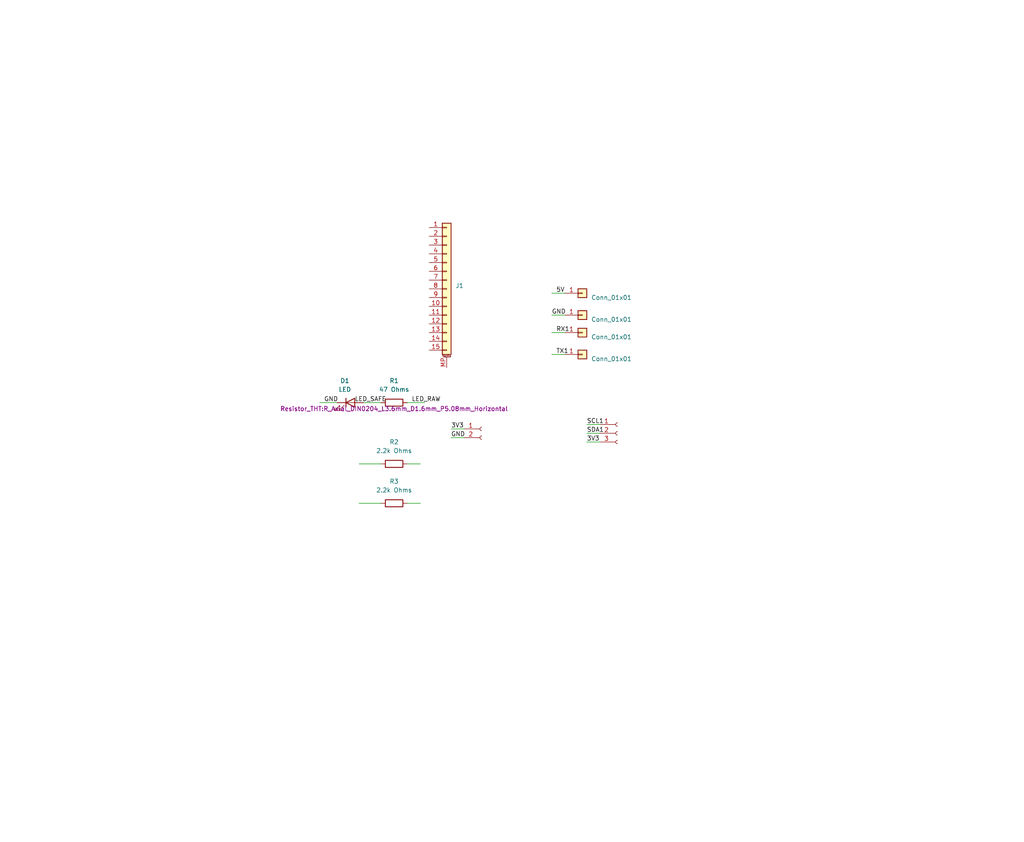
<source format=kicad_sch>
(kicad_sch (version 20250114) (generator "eeschema") (generator_version "9.0")
  (paper "User" 297.002 244.323)
  (lib_symbols
    (symbol "Connector:Conn_01x02_Female" (pin_names (offset 1.016) (hide yes))
      (property "Reference" "J" (at 0 2.54 0))
      (property "Value" "Conn_01x02_Female" (at 0 -5.08 0))
      (symbol "Conn_01x02_Female_1_1"
        (polyline (pts (xy -1.27 0) (xy -0.508 0)) (stroke (width 0.1524)))
        (polyline (pts (xy -1.27 -2.54) (xy -0.508 -2.54)) (stroke (width 0.1524)))
        (arc (start 0 -0.508) (mid -0.5058 0) (end 0 0.508) (stroke (width 0.1524)))
        (arc (start 0 -3.048) (mid -0.5058 -2.54) (end 0 -2.032) (stroke (width 0.1524)))
        (pin passive line (at -5.08 0 0) (length 3.81) (name "Pin_1") (number "1"))
        (pin passive line (at -5.08 -2.54 0) (length 3.81) (name "Pin_2") (number "2"))
      )
    )
    (symbol "Connector:Conn_01x03_Female" (pin_names (offset 1.016) (hide yes))
      (property "Reference" "J" (at 0 5.08 0))
      (property "Value" "Conn_01x03_Female" (at 0 -5.08 0))
      (symbol "Conn_01x03_Female_1_1"
        (polyline (pts (xy -1.27 2.54) (xy -0.508 2.54)) (stroke (width 0.1524)))
        (polyline (pts (xy -1.27 0) (xy -0.508 0)) (stroke (width 0.1524)))
        (polyline (pts (xy -1.27 -2.54) (xy -0.508 -2.54)) (stroke (width 0.1524)))
        (arc (start 0 2.032) (mid -0.5058 2.54) (end 0 3.048) (stroke (width 0.1524)))
        (arc (start 0 -0.508) (mid -0.5058 0) (end 0 0.508) (stroke (width 0.1524)))
        (arc (start 0 -3.048) (mid -0.5058 -2.54) (end 0 -2.032) (stroke (width 0.1524)))
        (pin passive line (at -5.08 2.54 0) (length 3.81) (name "Pin_1") (number "1"))
        (pin passive line (at -5.08 0 0) (length 3.81) (name "Pin_2") (number "2"))
        (pin passive line (at -5.08 -2.54 0) (length 3.81) (name "Pin_3") (number "3"))
      )
    )
    (symbol "Connector_Generic:Conn_01x01" (pin_names (offset 1.016) (hide yes))
      (property "Reference" "J" (at 0 2.54 0))
      (property "Value" "Conn_01x01" (at 0 -2.54 0))
      (symbol "Conn_01x01_1_1"
        (rectangle (start -1.27 1.27) (end 1.27 -1.27) (stroke (width 0.254)) (fill (type background)))
        (rectangle (start -1.27 0.127) (end 0 -0.127) (stroke (width 0.1524)))
        (pin passive line (at -5.08 0 0) (length 3.81) (name "Pin_1") (number "1"))
      )
    )
    (symbol "Connector_Generic_MountingPin:Conn_01x15_MountingPin" (pin_names (offset 1.016) (hide yes))
      (property "Reference" "J" (at 0 20.32 0))
      (property "Value" "Conn_01x15_MountingPin" (at 1.27 -20.32 0))
      (symbol "Conn_01x15_MountingPin_1_1"
        (rectangle (start -1.27 19.05) (end 1.27 -19.05) (stroke (width 0.254)) (fill (type background)))
        (rectangle (start -1.27 17.907) (end 0 17.653) (stroke (width 0.1524)))
        (rectangle (start -1.27 15.367) (end 0 15.113) (stroke (width 0.1524)))
        (rectangle (start -1.27 12.827) (end 0 12.573) (stroke (width 0.1524)))
        (rectangle (start -1.27 10.287) (end 0 10.033) (stroke (width 0.1524)))
        (rectangle (start -1.27 7.747) (end 0 7.493) (stroke (width 0.1524)))
        (rectangle (start -1.27 5.207) (end 0 4.953) (stroke (width 0.1524)))
        (rectangle (start -1.27 2.667) (end 0 2.413) (stroke (width 0.1524)))
        (rectangle (start -1.27 0.127) (end 0 -0.127) (stroke (width 0.1524)))
        (rectangle (start -1.27 -2.413) (end 0 -2.667) (stroke (width 0.1524)))
        (rectangle (start -1.27 -4.953) (end 0 -5.207) (stroke (width 0.1524)))
        (rectangle (start -1.27 -7.493) (end 0 -7.747) (stroke (width 0.1524)))
        (rectangle (start -1.27 -10.033) (end 0 -10.287) (stroke (width 0.1524)))
        (rectangle (start -1.27 -12.573) (end 0 -12.827) (stroke (width 0.1524)))
        (rectangle (start -1.27 -15.113) (end 0 -15.367) (stroke (width 0.1524)))
        (rectangle (start -1.27 -17.653) (end 0 -17.907) (stroke (width 0.1524)))
        (polyline (pts (xy -1.016 -19.812) (xy 1.016 -19.812)) (stroke (width 0.1524)))
        (text "Mounting" (at 0 -19.431 0) (effects (font (size 0.381 0.381))))
        (pin passive line (at -5.08 17.78 0) (length 3.81) (name "Pin_1") (number "1"))
        (pin passive line (at -5.08 15.24 0) (length 3.81) (name "Pin_2") (number "2"))
        (pin passive line (at -5.08 12.7 0) (length 3.81) (name "Pin_3") (number "3"))
        (pin passive line (at -5.08 10.16 0) (length 3.81) (name "Pin_4") (number "4"))
        (pin passive line (at -5.08 7.62 0) (length 3.81) (name "Pin_5") (number "5"))
        (pin passive line (at -5.08 5.08 0) (length 3.81) (name "Pin_6") (number "6"))
        (pin passive line (at -5.08 2.54 0) (length 3.81) (name "Pin_7") (number "7"))
        (pin passive line (at -5.08 0 0) (length 3.81) (name "Pin_8") (number "8"))
        (pin passive line (at -5.08 -2.54 0) (length 3.81) (name "Pin_9") (number "9"))
        (pin passive line (at -5.08 -5.08 0) (length 3.81) (name "Pin_10") (number "10"))
        (pin passive line (at -5.08 -7.62 0) (length 3.81) (name "Pin_11") (number "11"))
        (pin passive line (at -5.08 -10.16 0) (length 3.81) (name "Pin_12") (number "12"))
        (pin passive line (at -5.08 -12.7 0) (length 3.81) (name "Pin_13") (number "13"))
        (pin passive line (at -5.08 -15.24 0) (length 3.81) (name "Pin_14") (number "14"))
        (pin passive line (at -5.08 -17.78 0) (length 3.81) (name "Pin_15") (number "15"))
        (pin passive line (at 0 -22.86 90) (length 3.048) (name "MountPin") (number "MP"))
      )
    )
    (symbol "Device:LED" (pin_numbers (hide yes)) (pin_names (offset 1.016) (hide yes))
      (property "Reference" "D" (at 0 2.54 0))
      (property "Value" "LED" (at 0 -2.54 0))
      (symbol "LED_0_1"
        (polyline (pts (xy -3.048 -0.762) (xy -4.572 -2.286) (xy -3.81 -2.286) (xy -4.572 -2.286) (xy -4.572 -1.524)))
        (polyline (pts (xy -1.778 -0.762) (xy -3.302 -2.286) (xy -2.54 -2.286) (xy -3.302 -2.286) (xy -3.302 -1.524)))
        (polyline (pts (xy -1.27 0) (xy 1.27 0)))
        (polyline (pts (xy -1.27 -1.27) (xy -1.27 1.27)) (stroke (width 0.254)))
        (polyline (pts (xy 1.27 -1.27) (xy 1.27 1.27) (xy -1.27 0) (xy 1.27 -1.27)) (stroke (width 0.254)))
      )
      (symbol "LED_1_1"
        (pin passive line (at -3.81 0 0) (length 2.54) (name "K") (number "1"))
        (pin passive line (at 3.81 0 180) (length 2.54) (name "A") (number "2"))
      )
    )
    (symbol "Device:R" (pin_numbers (hide yes)) (pin_names (offset 0))
      (property "Reference" "R" (at 2.032 0 90))
      (property "Value" "R" (at 0 0 90))
      (symbol "R_0_1"
        (rectangle (start -1.016 -2.54) (end 1.016 2.54) (stroke (width 0.254)))
      )
      (symbol "R_1_1"
        (pin passive line (at 0 3.81 270) (length 1.27) (name "~") (number "1"))
        (pin passive line (at 0 -3.81 90) (length 1.27) (name "~") (number "2"))
      )
    )
  )
  (wire (pts (xy 104.14 134.62) (xy 110.49 134.62)))
  (wire (pts (xy 130.81 127) (xy 134.62 127)))
  (wire (pts (xy 160.02 91.44) (xy 163.83 91.44)))
  (wire (pts (xy 160.02 102.87) (xy 163.83 102.87)))
  (wire (pts (xy 92.71 116.84) (xy 97.79 116.84)))
  (wire (pts (xy 160.02 96.52) (xy 163.83 96.52)))
  (wire (pts (xy 130.81 124.46) (xy 134.62 124.46)))
  (wire (pts (xy 170.18 123.19) (xy 173.99 123.19)))
  (wire (pts (xy 170.18 125.73) (xy 173.99 125.73)))
  (wire (pts (xy 118.11 134.62) (xy 121.92 134.62)))
  (wire (pts (xy 104.14 146.05) (xy 110.49 146.05)))
  (wire (pts (xy 105.41 116.84) (xy 110.49 116.84)))
  (wire (pts (xy 160.02 85.09) (xy 163.83 85.09)))
  (wire (pts (xy 170.18 128.27) (xy 173.99 128.27)))
  (wire (pts (xy 118.11 146.05) (xy 121.92 146.05)))
  (wire (pts (xy 118.11 116.84) (xy 123.19 116.84)))
  (label "GND" (at 93.98 116.84 0))
  (label "SCL1" (at 170.18 123.19 0))
  (label "5V" (at 161.29 85.09 0))
  (label "RX1" (at 161.29 96.52 0))
  (label "LED_SAFE" (at 102.87 116.84 0))
  (label "3V3" (at 130.81 124.46 0))
  (label "3V3" (at 170.18 128.27 0))
  (label "GND" (at 160.02 91.44 0))
  (label "SDA1" (at 170.18 125.73 0))
  (label "LED_RAW" (at 119.38 116.84 0))
  (label "TX1" (at 161.29 102.87 0))
  (label "GND" (at 130.81 127 0))
  (symbol (lib_id "Connector_Generic:Conn_01x01") (at 168.91 91.44 0) (unit 1)
    (property "Reference" "GND_PAD18" (effects (hide yes)))
    (property "Value" "Conn_01x01" (at 171.45 92.7099 0) (effects (justify left)))
    (property "Footprint" "Connector_Wire:SolderWirePad_1x01_SMD_5x10mm" (effects (hide yes)))
    (property "Description" "Generic connector, single row, 01x01, script generated (kicad-library-utils/schlib/autogen/connector/)" (effects (hide yes)))
  )
  (symbol (lib_id "Device:R") (at 114.3 134.62 90) (unit 1)
    (property "Reference" "R2" (at 114.3 128.27 90))
    (property "Value" "2.2k Ohms" (at 114.3 130.81 90))
    (property "Footprint" "Resistor_THT:R_Axial_DIN0204_L3.6mm_D1.6mm_P5.08mm_Horizontal" (effects (hide yes)))
    (property "Description" "Resistor" (effects (hide yes)))
  )
  (symbol (lib_id "Connector_Generic:Conn_01x01") (at 168.91 102.87 0) (unit 1)
    (property "Reference" "GND_PAD21" (effects (hide yes)))
    (property "Value" "Conn_01x01" (at 171.45 104.1399 0) (effects (justify left)))
    (property "Footprint" "Connector_Wire:SolderWirePad_1x01_SMD_5x10mm" (effects (hide yes)))
    (property "Description" "Generic connector, single row, 01x01, script generated (kicad-library-utils/schlib/autogen/connector/)" (effects (hide yes)))
  )
  (symbol (lib_id "Connector_Generic:Conn_01x01") (at 168.91 96.52 0) (unit 1)
    (property "Reference" "GND_PAD20" (effects (hide yes)))
    (property "Value" "Conn_01x01" (at 171.45 97.7899 0) (effects (justify left)))
    (property "Footprint" "Connector_Wire:SolderWirePad_1x01_SMD_5x10mm" (effects (hide yes)))
    (property "Description" "Generic connector, single row, 01x01, script generated (kicad-library-utils/schlib/autogen/connector/)" (effects (hide yes)))
  )
  (symbol (lib_id "Device:R") (at 114.3 146.05 90) (unit 1)
    (property "Reference" "R3" (at 114.3 139.7 90))
    (property "Value" "2.2k Ohms" (at 114.3 142.24 90))
    (property "Footprint" "Resistor_THT:R_Axial_DIN0204_L3.6mm_D1.6mm_P5.08mm_Horizontal" (effects (hide yes)))
    (property "Description" "Resistor" (effects (hide yes)))
  )
  (symbol (lib_id "Connector:Conn_01x02_Female") (at 139.7 124.46 0) (unit 1)
    (property "Reference" "PMW3901_PWR2" (effects (hide yes)))
    (property "Value" "Conn_01x02_Female" (effects (hide yes)))
    (property "Footprint" "Connector_PinHeader_2.54mm:PinHeader_1x02_P2.54mm_Vertical" (effects (hide yes)))
    (property "Description" "Generic connector, single row, 01x02, script generated (kicad-library-utils/schlib/autogen/connector/)" (effects (hide yes)))
  )
  (symbol (lib_id "Connector:Conn_01x03_Female") (at 179.07 125.73 0) (unit 1)
    (property "Reference" "Motor5" (effects (hide yes)))
    (property "Value" "Conn_01x03_Female" (effects (hide yes)))
    (property "Footprint" "Connector_PinHeader_2.54mm:PinHeader_1x03_P2.54mm_Vertical" (effects (hide yes)))
    (property "Description" "Generic connector, single row, 01x03, script generated (kicad-library-utils/schlib/autogen/connector/)" (effects (hide yes)))
  )
  (symbol (lib_id "Device:LED") (at 101.6 116.84 0) (unit 1)
    (property "Reference" "D1" (at 100.0125 110.49 0))
    (property "Value" "LED" (at 100.0125 113.03 0))
    (property "Footprint" "LED_THT:LED_D3.0mm" (effects (hide yes)))
    (property "Description" "Light emitting diode" (effects (hide yes)))
    (property "Sim.Pins" "1=K 2=A" (effects (hide yes)))
  )
  (symbol (lib_id "Connector_Generic:Conn_01x01") (at 168.91 85.09 0) (unit 1)
    (property "Reference" "GND_PAD19" (effects (hide yes)))
    (property "Value" "Conn_01x01" (at 171.45 86.3599 0) (effects (justify left)))
    (property "Footprint" "Connector_Wire:SolderWirePad_1x01_SMD_5x10mm" (effects (hide yes)))
    (property "Description" "Generic connector, single row, 01x01, script generated (kicad-library-utils/schlib/autogen/connector/)" (effects (hide yes)))
  )
  (symbol (lib_id "Connector_Generic_MountingPin:Conn_01x15_MountingPin") (at 129.54 83.82 0) (unit 1)
    (property "Reference" "J1" (at 132.08 82.9055 0) (effects (justify left)))
    (property "Value" "Conn_01x15_MountingPin" (effects (hide yes)))
    (property "Footprint" "Connector_IDC:IDC-Header_2x15_P2.54mm_Vertical" (effects (hide yes)))
    (property "Description" "Generic connectable mounting pin connector, single row, 01x15, script generated (kicad-library-utils/schlib/autogen/connector/)" (effects (hide yes)))
  )
  (symbol (lib_id "Device:R") (at 114.3 116.84 90) (unit 1)
    (property "Reference" "R1" (at 114.3 110.49 90))
    (property "Value" "47 Ohms" (at 114.3 113.03 90))
    (property "Footprint" "Resistor_THT:R_Axial_DIN0204_L3.6mm_D1.6mm_P5.08mm_Horizontal" (at 114.3 118.618 90))
    (property "Description" "Resistor" (effects (hide yes)))
  )
)
</source>
